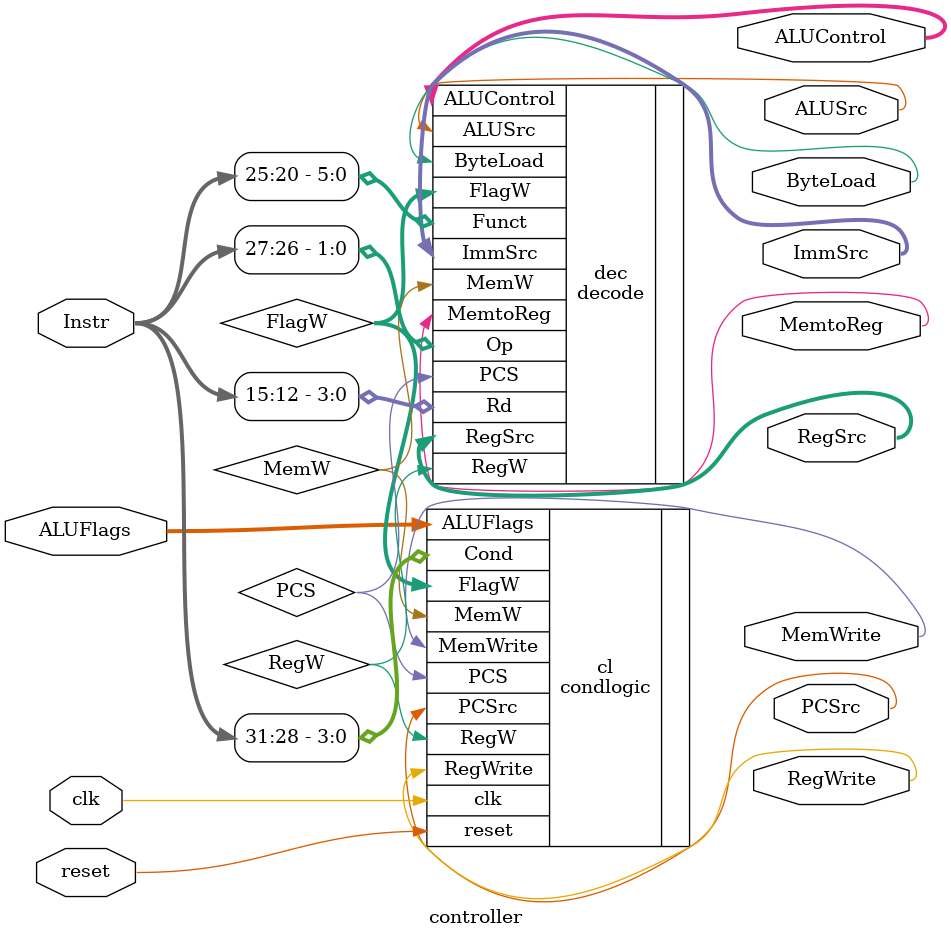
<source format=v>
module controller (
	clk,
	reset,
	Instr,
	ALUFlags,
	RegSrc,
	RegWrite,
	ImmSrc,
	ALUSrc,
	ALUControl,
	MemWrite,
	MemtoReg,
	PCSrc,
	ByteLoad
);
	input wire clk;
	input wire reset;
	input wire [31:12] Instr;
	input wire [3:0] ALUFlags;
	output wire [1:0] RegSrc;
	output wire RegWrite;
	output wire [1:0] ImmSrc;
	output wire ALUSrc;
	output wire [2:0] ALUControl;
	output wire MemWrite;
	output wire MemtoReg;
	output wire PCSrc;
	output wire ByteLoad;
	
	wire [1:0] FlagW;
	wire PCS;
	wire RegW;
	wire MemW;
	decode dec(
		.Op(Instr[27:26]),
		.Funct(Instr[25:20]),
		.Rd(Instr[15:12]),
		.FlagW(FlagW),
		.PCS(PCS),
		.RegW(RegW),
		.MemW(MemW),
		.MemtoReg(MemtoReg),
		.ALUSrc(ALUSrc),
		.ImmSrc(ImmSrc),
		.RegSrc(RegSrc),
		.ALUControl(ALUControl),
		.ByteLoad(ByteLoad)
	);
	condlogic cl(
		.clk(clk),
		.reset(reset),
		.Cond(Instr[31:28]),
		.ALUFlags(ALUFlags),
		.FlagW(FlagW),
		.PCS(PCS),
		.RegW(RegW),
		.MemW(MemW),
		.PCSrc(PCSrc),
		.RegWrite(RegWrite),
		.MemWrite(MemWrite)
	);
endmodule
</source>
